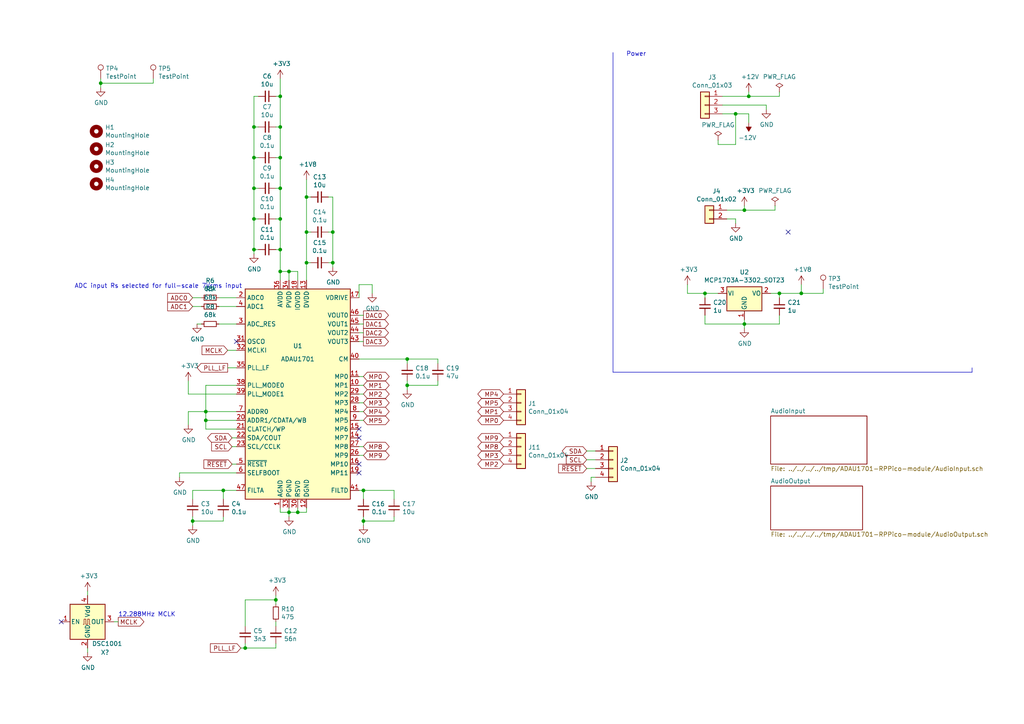
<source format=kicad_sch>
(kicad_sch (version 20230121) (generator eeschema)
  (paper "A4")
  (title_block (title "ADAU1701-RPPico-module") (date "%%date%%") (rev "%%version%%") (company "Akiyuki Okayasu"))
  (lib_symbols
    (symbol "ADAU1701-RPPico-module-rescue:DSC1001-Akiyuki_IC" (pin_names (offset 0.254))
      (property "Reference" "X" (at -5.08 6.35 0))
      (property "Value" "Akiyuki_IC_DSC1001" (at 1.27 -6.35 0))
      (symbol "DSC1001-Akiyuki_IC_0_1"
        (rectangle (start -5.08 5.08) (end 5.08 -5.08) (stroke (width 0.254)) (fill (type background)))
        (polyline (pts (xy -1.27 -0.762) (xy -1.016 -0.762) (xy -1.016 0.762) (xy -0.508 0.762) (xy -0.508 -0.762) (xy 0 -0.762) (xy 0 0.762) (xy 0.508 0.762) (xy 0.508 -0.762) (xy 0.762 -0.762)))
      )
      (symbol "DSC1001-Akiyuki_IC_1_1"
        (pin input line (at -7.62 0 0) (length 2.54) (name "EN") (number "1"))
        (pin power_in line (at 0 -7.62 90) (length 2.54) (name "GND") (number "2"))
        (pin output line (at 7.62 0 180) (length 2.54) (name "OUT") (number "3"))
        (pin power_in line (at 0 7.62 270) (length 2.54) (name "Vdd") (number "4"))
      )
    )
    (symbol "ADAU1701-RPPico-module-rescue:MCP1703A-3302_SOT23-Regulator_Linear" (pin_names (offset 0.254))
      (property "Reference" "U" (at -3.81 3.175 0))
      (property "Value" "Regulator_Linear_MCP1703A-3302_SOT23" (at 0 3.175 0))
      (symbol "MCP1703A-3302_SOT23-Regulator_Linear_0_1"
        (rectangle (start -5.08 -5.08) (end 5.08 1.905) (stroke (width 0.254)) (fill (type background)))
      )
      (symbol "MCP1703A-3302_SOT23-Regulator_Linear_1_1"
        (pin power_in line (at 0 -7.62 90) (length 2.54) (name "GND") (number "1"))
        (pin power_out line (at 7.62 0 180) (length 2.54) (name "VO") (number "2"))
        (pin power_in line (at -7.62 0 0) (length 2.54) (name "VI") (number "3"))
      )
    )
    (symbol "Connector:TestPoint" (pin_numbers hide) (pin_names (offset 0.762) hide)
      (property "Reference" "TP" (at 0 6.858 0))
      (property "Value" "TestPoint" (at 0 5.08 0))
      (symbol "TestPoint_0_1"
        (circle (center 0 3.302) (radius 0.762))
      )
      (symbol "TestPoint_1_1"
        (pin passive line (at 0 0 90) (length 2.54) (name "1") (number "1"))
      )
    )
    (symbol "Connector_Generic:Conn_01x02" (pin_names (offset 1.016) hide)
      (property "Reference" "J" (at 0 2.54 0))
      (property "Value" "Conn_01x02" (at 0 -5.08 0))
      (symbol "Conn_01x02_1_1"
        (rectangle (start -1.27 -2.413) (end 0 -2.667) (stroke (width 0.1524)))
        (rectangle (start -1.27 0.127) (end 0 -0.127) (stroke (width 0.1524)))
        (rectangle (start -1.27 1.27) (end 1.27 -3.81) (stroke (width 0.254)) (fill (type background)))
        (pin passive line (at -5.08 0 0) (length 3.81) (name "Pin_1") (number "1"))
        (pin passive line (at -5.08 -2.54 0) (length 3.81) (name "Pin_2") (number "2"))
      )
    )
    (symbol "Connector_Generic:Conn_01x03" (pin_names (offset 1.016) hide)
      (property "Reference" "J" (at 0 5.08 0))
      (property "Value" "Conn_01x03" (at 0 -5.08 0))
      (symbol "Conn_01x03_1_1"
        (rectangle (start -1.27 -2.413) (end 0 -2.667) (stroke (width 0.1524)))
        (rectangle (start -1.27 0.127) (end 0 -0.127) (stroke (width 0.1524)))
        (rectangle (start -1.27 2.667) (end 0 2.413) (stroke (width 0.1524)))
        (rectangle (start -1.27 3.81) (end 1.27 -3.81) (stroke (width 0.254)) (fill (type background)))
        (pin passive line (at -5.08 2.54 0) (length 3.81) (name "Pin_1") (number "1"))
        (pin passive line (at -5.08 0 0) (length 3.81) (name "Pin_2") (number "2"))
        (pin passive line (at -5.08 -2.54 0) (length 3.81) (name "Pin_3") (number "3"))
      )
    )
    (symbol "Connector_Generic:Conn_01x04" (pin_names (offset 1.016) hide)
      (property "Reference" "J" (at 0 5.08 0))
      (property "Value" "Conn_01x04" (at 0 -7.62 0))
      (symbol "Conn_01x04_1_1"
        (rectangle (start -1.27 -4.953) (end 0 -5.207) (stroke (width 0.1524)))
        (rectangle (start -1.27 -2.413) (end 0 -2.667) (stroke (width 0.1524)))
        (rectangle (start -1.27 0.127) (end 0 -0.127) (stroke (width 0.1524)))
        (rectangle (start -1.27 2.667) (end 0 2.413) (stroke (width 0.1524)))
        (rectangle (start -1.27 3.81) (end 1.27 -6.35) (stroke (width 0.254)) (fill (type background)))
        (pin passive line (at -5.08 2.54 0) (length 3.81) (name "Pin_1") (number "1"))
        (pin passive line (at -5.08 0 0) (length 3.81) (name "Pin_2") (number "2"))
        (pin passive line (at -5.08 -2.54 0) (length 3.81) (name "Pin_3") (number "3"))
        (pin passive line (at -5.08 -5.08 0) (length 3.81) (name "Pin_4") (number "4"))
      )
    )
    (symbol "DSP_AnalogDevices:ADAU1701"
      (property "Reference" "U" (at -12.7 31.75 0))
      (property "Value" "ADAU1701" (at 3.81 31.75 0))
      (symbol "ADAU1701_0_1"
        (rectangle (start -15.24 30.48) (end 15.24 -30.48) (stroke (width 0.254)) (fill (type background)))
      )
      (symbol "ADAU1701_1_1"
        (pin power_in line (at -5.08 -33.02 90) (length 2.54) (name "AGND") (number "1"))
        (pin bidirectional line (at 17.78 2.54 180) (length 2.54) (name "MP1") (number "10"))
        (pin bidirectional line (at 17.78 5.08 180) (length 2.54) (name "MP0") (number "11"))
        (pin power_in line (at 2.54 -33.02 90) (length 2.54) (name "DGND") (number "12"))
        (pin power_in line (at 2.54 33.02 270) (length 2.54) (name "DVDD") (number "13"))
        (pin bidirectional line (at 17.78 -12.7 180) (length 2.54) (name "MP7") (number "14"))
        (pin bidirectional line (at 17.78 -10.16 180) (length 2.54) (name "MP6") (number "15"))
        (pin bidirectional line (at 17.78 -20.32 180) (length 2.54) (name "MP10") (number "16"))
        (pin output line (at 17.78 27.94 180) (length 2.54) (name "VDRIVE") (number "17"))
        (pin power_in line (at 0 33.02 270) (length 2.54) (name "IOVDD") (number "18"))
        (pin bidirectional line (at 17.78 -22.86 180) (length 2.54) (name "MP11") (number "19"))
        (pin input line (at -17.78 27.94 0) (length 2.54) (name "ADC0") (number "2"))
        (pin input line (at -17.78 -7.62 0) (length 2.54) (name "ADDR1/CDATA/WB") (number "20"))
        (pin bidirectional line (at -17.78 -10.16 0) (length 2.54) (name "CLATCH/WP") (number "21"))
        (pin bidirectional line (at -17.78 -12.7 0) (length 2.54) (name "SDA/COUT") (number "22"))
        (pin bidirectional line (at -17.78 -15.24 0) (length 2.54) (name "SCL/CCLK") (number "23"))
        (pin passive line (at 2.54 33.02 270) (length 2.54) hide (name "DVDD") (number "24"))
        (pin passive line (at 2.54 -33.02 90) (length 2.54) hide (name "DGND") (number "25"))
        (pin bidirectional line (at 17.78 -17.78 180) (length 2.54) (name "MP9") (number "26"))
        (pin bidirectional line (at 17.78 -15.24 180) (length 2.54) (name "MP8") (number "27"))
        (pin bidirectional line (at 17.78 -2.54 180) (length 2.54) (name "MP3") (number "28"))
        (pin bidirectional line (at 17.78 0 180) (length 2.54) (name "MP2") (number "29"))
        (pin passive line (at -17.78 20.32 0) (length 2.54) (name "ADC_RES") (number "3"))
        (pin passive line (at 0 -33.02 90) (length 2.54) (name "RSVD") (number "30"))
        (pin passive line (at -17.78 15.24 0) (length 2.54) (name "OSCO") (number "31"))
        (pin passive line (at -17.78 12.7 0) (length 2.54) (name "MCLKI") (number "32"))
        (pin power_in line (at -2.54 -33.02 90) (length 2.54) (name "PGND") (number "33"))
        (pin power_in line (at -2.54 33.02 270) (length 2.54) (name "PVDD") (number "34"))
        (pin passive line (at -17.78 7.62 0) (length 2.54) (name "PLL_LF") (number "35"))
        (pin power_in line (at -5.08 33.02 270) (length 2.54) (name "AVDD") (number "36"))
        (pin passive line (at -5.08 -33.02 90) (length 2.54) hide (name "AGND") (number "37"))
        (pin input line (at -17.78 2.54 0) (length 2.54) (name "PLL_MODE0") (number "38"))
        (pin input line (at -17.78 0 0) (length 2.54) (name "PLL_MODE1") (number "39"))
        (pin input line (at -17.78 25.4 0) (length 2.54) (name "ADC1") (number "4"))
        (pin output line (at 17.78 10.16 180) (length 2.54) (name "CM") (number "40"))
        (pin output line (at 17.78 -27.94 180) (length 2.54) (name "FILTD") (number "41"))
        (pin passive line (at -5.08 -33.02 90) (length 2.54) hide (name "AGND") (number "42"))
        (pin output line (at 17.78 15.24 180) (length 2.54) (name "VOUT3") (number "43"))
        (pin output line (at 17.78 17.78 180) (length 2.54) (name "VOUT2") (number "44"))
        (pin output line (at 17.78 20.32 180) (length 2.54) (name "VOUT1") (number "45"))
        (pin output line (at 17.78 22.86 180) (length 2.54) (name "VOUT0") (number "46"))
        (pin output line (at -17.78 -27.94 0) (length 2.54) (name "FILTA") (number "47"))
        (pin passive line (at -5.08 33.02 270) (length 2.54) hide (name "AVDD") (number "48"))
        (pin input line (at -17.78 -20.32 0) (length 2.54) (name "~{RESET}") (number "5"))
        (pin input line (at -17.78 -22.86 0) (length 2.54) (name "SELFBOOT") (number "6"))
        (pin input line (at -17.78 -5.08 0) (length 2.54) (name "ADDR0") (number "7"))
        (pin bidirectional line (at 17.78 -5.08 180) (length 2.54) (name "MP4") (number "8"))
        (pin bidirectional line (at 17.78 -7.62 180) (length 2.54) (name "MP5") (number "9"))
      )
    )
    (symbol "Device:C_Small" (pin_numbers hide) (pin_names (offset 0.254) hide)
      (property "Reference" "C" (at 0.254 1.778 0))
      (property "Value" "C_Small" (at 0.254 -2.032 0))
      (symbol "C_Small_0_1"
        (polyline (pts (xy -1.524 -0.508) (xy 1.524 -0.508)) (stroke (width 0.3302)))
        (polyline (pts (xy -1.524 0.508) (xy 1.524 0.508)) (stroke (width 0.3048)))
      )
      (symbol "C_Small_1_1"
        (pin passive line (at 0 2.54 270) (length 2.032) (name "~") (number "1"))
        (pin passive line (at 0 -2.54 90) (length 2.032) (name "~") (number "2"))
      )
    )
    (symbol "Device:R_Small" (pin_numbers hide) (pin_names (offset 0.254) hide)
      (property "Reference" "R" (at 0.762 0.508 0))
      (property "Value" "R_Small" (at 0.762 -1.016 0))
      (symbol "R_Small_0_1"
        (rectangle (start -0.762 1.778) (end 0.762 -1.778) (stroke (width 0.2032)))
      )
      (symbol "R_Small_1_1"
        (pin passive line (at 0 2.54 270) (length 0.762) (name "~") (number "1"))
        (pin passive line (at 0 -2.54 90) (length 0.762) (name "~") (number "2"))
      )
    )
    (symbol "Mechanical:MountingHole" (pin_names (offset 1.016))
      (property "Reference" "H" (at 0 5.08 0))
      (property "Value" "MountingHole" (at 0 3.175 0))
      (symbol "MountingHole_0_1"
        (circle (center 0 0) (radius 1.27) (stroke (width 1.27)))
      )
    )
    (symbol "power:+12V" (power) (pin_names (offset 0))
      (property "Value" "+12V" (at 0 3.556 0))
      (symbol "+12V_0_1"
        (polyline (pts (xy -0.762 1.27) (xy 0 2.54)))
        (polyline (pts (xy 0 0) (xy 0 2.54)))
        (polyline (pts (xy 0 2.54) (xy 0.762 1.27)))
      )
      (symbol "+12V_1_1"
        (pin power_in line (at 0 0 90) (length 0) hide (name "+12V") (number "1"))
      )
    )
    (symbol "power:+1V8" (power) (pin_names (offset 0))
      (property "Value" "+1V8" (at 0 3.556 0))
      (symbol "+1V8_0_1"
        (polyline (pts (xy -0.762 1.27) (xy 0 2.54)))
        (polyline (pts (xy 0 0) (xy 0 2.54)))
        (polyline (pts (xy 0 2.54) (xy 0.762 1.27)))
      )
      (symbol "+1V8_1_1"
        (pin power_in line (at 0 0 90) (length 0) hide (name "+1V8") (number "1"))
      )
    )
    (symbol "power:+3V3" (power) (pin_names (offset 0))
      (property "Value" "+3V3" (at 0 3.556 0))
      (symbol "+3V3_0_1"
        (polyline (pts (xy -0.762 1.27) (xy 0 2.54)))
        (polyline (pts (xy 0 0) (xy 0 2.54)))
        (polyline (pts (xy 0 2.54) (xy 0.762 1.27)))
      )
      (symbol "+3V3_1_1"
        (pin power_in line (at 0 0 90) (length 0) hide (name "+3V3") (number "1"))
      )
    )
    (symbol "power:-12V" (power) (pin_names (offset 0))
      (property "Value" "-12V" (at 0 3.81 0))
      (symbol "-12V_0_0"
        (pin power_in line (at 0 0 90) (length 0) hide (name "-12V") (number "1"))
      )
      (symbol "-12V_0_1"
        (polyline (pts (xy 0 0) (xy 0 1.27) (xy 0.762 1.27) (xy 0 2.54) (xy -0.762 1.27) (xy 0 1.27)) (fill (type outline)))
      )
    )
    (symbol "power:GND" (power) (pin_names (offset 0))
      (property "Value" "GND" (at 0 -3.81 0))
      (symbol "GND_0_1"
        (polyline (pts (xy 0 0) (xy 0 -1.27) (xy 1.27 -1.27) (xy 0 -2.54) (xy -1.27 -1.27) (xy 0 -1.27)))
      )
      (symbol "GND_1_1"
        (pin power_in line (at 0 0 270) (length 0) hide (name "GND") (number "1"))
      )
    )
    (symbol "power:PWR_FLAG" (power) (pin_numbers hide) (pin_names (offset 0) hide)
      (property "Value" "PWR_FLAG" (at 0 3.81 0))
      (symbol "PWR_FLAG_0_0"
        (pin power_out line (at 0 0 90) (length 0) (name "pwr") (number "1"))
      )
      (symbol "PWR_FLAG_0_1"
        (polyline (pts (xy 0 0) (xy 0 1.27) (xy -1.016 1.905) (xy 0 2.54) (xy 1.016 1.905) (xy 0 1.27)))
      )
    )
  )
  (junction (at 71.12 187.96))
  (junction (at 81.28 72.39))
  (junction (at 204.47 85.09))
  (junction (at 83.82 148.59))
  (junction (at 59.69 121.92))
  (junction (at 81.28 63.5))
  (junction (at 80.01 173.99))
  (junction (at 73.66 54.61))
  (junction (at 226.06 85.09))
  (junction (at 88.9 67.31))
  (junction (at 73.66 45.72))
  (junction (at 81.28 45.72))
  (junction (at 118.11 111.76))
  (junction (at 96.52 67.31))
  (junction (at 73.66 63.5))
  (junction (at 73.66 72.39))
  (junction (at 232.41 85.09))
  (junction (at 81.28 54.61))
  (junction (at 73.66 36.83))
  (junction (at 55.88 151.13))
  (junction (at 118.11 104.14))
  (junction (at 81.28 27.94))
  (junction (at 64.77 142.24))
  (junction (at 86.36 148.59))
  (junction (at 215.9 93.98))
  (junction (at 81.28 36.83))
  (junction (at 213.36 33.02))
  (junction (at 81.28 78.74))
  (junction (at 29.21 24.13))
  (junction (at 59.69 119.38))
  (junction (at 215.9 60.96))
  (junction (at 88.9 57.15))
  (junction (at 96.52 76.2))
  (junction (at 217.17 27.94))
  (junction (at 88.9 76.2))
  (junction (at 105.41 151.13))
  (junction (at 105.41 142.24))
  (junction (at 83.82 78.74))
  (no_connect (at 104.14 127))
  (no_connect (at 228.6 67.31))
  (no_connect (at 68.58 99.06))
  (no_connect (at 104.14 134.62))
  (no_connect (at 17.78 180.34))
  (no_connect (at 104.14 137.16))
  (no_connect (at 104.14 124.46))
  (wire (pts (xy 73.66 72.39) (xy 74.93 72.39)))
  (wire (pts (xy 59.69 111.76) (xy 68.58 111.76)))
  (wire (pts (xy 29.21 24.13) (xy 29.21 22.86)))
  (wire (pts (xy 226.06 85.09) (xy 226.06 86.36)))
  (wire (pts (xy 81.28 63.5) (xy 80.01 63.5)))
  (wire (pts (xy 67.31 127) (xy 68.58 127)))
  (wire (pts (xy 105.41 114.3) (xy 104.14 114.3)))
  (wire (pts (xy 63.5 93.98) (xy 68.58 93.98)))
  (wire (pts (xy 88.9 76.2) (xy 88.9 81.28)))
  (wire (pts (xy 68.58 114.3) (xy 54.61 114.3)))
  (wire (pts (xy 105.41 142.24) (xy 114.3 142.24)))
  (wire (pts (xy 217.17 35.56) (xy 217.17 33.02)))
  (wire (pts (xy 208.28 40.64) (xy 208.28 41.91)))
  (wire (pts (xy 215.9 59.69) (xy 215.9 60.96)))
  (wire (pts (xy 104.14 104.14) (xy 118.11 104.14)))
  (wire (pts (xy 90.17 67.31) (xy 88.9 67.31)))
  (wire (pts (xy 224.79 60.96) (xy 215.9 60.96)))
  (wire (pts (xy 96.52 76.2) (xy 96.52 77.47)))
  (wire (pts (xy 81.28 78.74) (xy 83.82 78.74)))
  (wire (pts (xy 73.66 45.72) (xy 73.66 54.61)))
  (wire (pts (xy 88.9 148.59) (xy 88.9 147.32)))
  (wire (pts (xy 104.14 82.55) (xy 107.95 82.55)))
  (wire (pts (xy 88.9 57.15) (xy 88.9 67.31)))
  (polyline (pts (xy 177.8 107.95) (xy 281.94 107.95)))
  (wire (pts (xy 81.28 45.72) (xy 81.28 54.61)))
  (wire (pts (xy 71.12 186.69) (xy 71.12 187.96)))
  (wire (pts (xy 217.17 33.02) (xy 213.36 33.02)))
  (wire (pts (xy 83.82 148.59) (xy 83.82 149.86)))
  (wire (pts (xy 81.28 27.94) (xy 81.28 36.83)))
  (wire (pts (xy 55.88 151.13) (xy 64.77 151.13)))
  (wire (pts (xy 71.12 187.96) (xy 69.85 187.96)))
  (wire (pts (xy 73.66 73.66) (xy 73.66 72.39)))
  (wire (pts (xy 80.01 181.61) (xy 80.01 180.34)))
  (wire (pts (xy 170.18 135.89) (xy 172.72 135.89)))
  (wire (pts (xy 68.58 124.46) (xy 59.69 124.46)))
  (wire (pts (xy 58.42 93.98) (xy 57.15 93.98)))
  (wire (pts (xy 118.11 104.14) (xy 127 104.14)))
  (wire (pts (xy 83.82 147.32) (xy 83.82 148.59)))
  (wire (pts (xy 71.12 173.99) (xy 71.12 181.61)))
  (wire (pts (xy 238.76 83.82) (xy 238.76 85.09)))
  (wire (pts (xy 223.52 85.09) (xy 226.06 85.09)))
  (wire (pts (xy 213.36 33.02) (xy 209.55 33.02)))
  (wire (pts (xy 118.11 111.76) (xy 118.11 113.03)))
  (wire (pts (xy 232.41 82.55) (xy 232.41 85.09)))
  (wire (pts (xy 213.36 64.77) (xy 213.36 63.5)))
  (wire (pts (xy 105.41 109.22) (xy 104.14 109.22)))
  (wire (pts (xy 81.28 54.61) (xy 81.28 63.5)))
  (wire (pts (xy 81.28 36.83) (xy 81.28 45.72)))
  (wire (pts (xy 105.41 129.54) (xy 104.14 129.54)))
  (wire (pts (xy 114.3 142.24) (xy 114.3 144.78)))
  (wire (pts (xy 64.77 151.13) (xy 64.77 149.86)))
  (wire (pts (xy 118.11 111.76) (xy 127 111.76)))
  (wire (pts (xy 68.58 137.16) (xy 52.07 137.16)))
  (wire (pts (xy 226.06 26.67) (xy 226.06 27.94)))
  (wire (pts (xy 172.72 138.43) (xy 171.45 138.43)))
  (wire (pts (xy 96.52 67.31) (xy 96.52 76.2)))
  (wire (pts (xy 83.82 148.59) (xy 86.36 148.59)))
  (wire (pts (xy 118.11 104.14) (xy 118.11 105.41)))
  (wire (pts (xy 80.01 173.99) (xy 71.12 173.99)))
  (wire (pts (xy 127 111.76) (xy 127 110.49)))
  (wire (pts (xy 63.5 88.9) (xy 68.58 88.9)))
  (wire (pts (xy 55.88 149.86) (xy 55.88 151.13)))
  (wire (pts (xy 81.28 148.59) (xy 81.28 147.32)))
  (wire (pts (xy 96.52 57.15) (xy 96.52 67.31)))
  (wire (pts (xy 95.25 67.31) (xy 96.52 67.31)))
  (wire (pts (xy 226.06 27.94) (xy 217.17 27.94)))
  (wire (pts (xy 83.82 148.59) (xy 81.28 148.59)))
  (wire (pts (xy 105.41 96.52) (xy 104.14 96.52)))
  (wire (pts (xy 73.66 63.5) (xy 73.66 72.39)))
  (wire (pts (xy 170.18 130.81) (xy 172.72 130.81)))
  (wire (pts (xy 81.28 22.86) (xy 81.28 27.94)))
  (wire (pts (xy 59.69 119.38) (xy 59.69 121.92)))
  (wire (pts (xy 66.04 101.6) (xy 68.58 101.6)))
  (wire (pts (xy 80.01 173.99) (xy 80.01 175.26)))
  (wire (pts (xy 64.77 142.24) (xy 64.77 144.78)))
  (wire (pts (xy 204.47 86.36) (xy 204.47 85.09)))
  (wire (pts (xy 59.69 121.92) (xy 68.58 121.92)))
  (wire (pts (xy 25.4 171.45) (xy 25.4 172.72)))
  (wire (pts (xy 25.4 189.23) (xy 25.4 187.96)))
  (wire (pts (xy 105.41 99.06) (xy 104.14 99.06)))
  (wire (pts (xy 105.41 121.92) (xy 104.14 121.92)))
  (wire (pts (xy 107.95 82.55) (xy 107.95 85.09)))
  (wire (pts (xy 104.14 86.36) (xy 104.14 82.55)))
  (wire (pts (xy 80.01 172.72) (xy 80.01 173.99)))
  (wire (pts (xy 127 104.14) (xy 127 105.41)))
  (wire (pts (xy 44.45 22.86) (xy 44.45 24.13)))
  (wire (pts (xy 232.41 85.09) (xy 226.06 85.09)))
  (wire (pts (xy 81.28 27.94) (xy 80.01 27.94)))
  (wire (pts (xy 74.93 63.5) (xy 73.66 63.5)))
  (wire (pts (xy 118.11 110.49) (xy 118.11 111.76)))
  (wire (pts (xy 90.17 57.15) (xy 88.9 57.15)))
  (wire (pts (xy 80.01 186.69) (xy 80.01 187.96)))
  (wire (pts (xy 80.01 187.96) (xy 71.12 187.96)))
  (wire (pts (xy 74.93 45.72) (xy 73.66 45.72)))
  (wire (pts (xy 95.25 57.15) (xy 96.52 57.15)))
  (wire (pts (xy 217.17 26.67) (xy 217.17 27.94)))
  (wire (pts (xy 55.88 151.13) (xy 55.88 152.4)))
  (wire (pts (xy 86.36 148.59) (xy 86.36 147.32)))
  (wire (pts (xy 83.82 78.74) (xy 83.82 81.28)))
  (wire (pts (xy 88.9 67.31) (xy 88.9 76.2)))
  (wire (pts (xy 104.14 142.24) (xy 105.41 142.24)))
  (wire (pts (xy 204.47 93.98) (xy 215.9 93.98)))
  (wire (pts (xy 59.69 111.76) (xy 59.69 119.38)))
  (wire (pts (xy 105.41 119.38) (xy 104.14 119.38)))
  (wire (pts (xy 213.36 63.5) (xy 210.82 63.5)))
  (wire (pts (xy 215.9 60.96) (xy 210.82 60.96)))
  (wire (pts (xy 222.25 30.48) (xy 209.55 30.48)))
  (wire (pts (xy 74.93 54.61) (xy 73.66 54.61)))
  (wire (pts (xy 55.88 88.9) (xy 58.42 88.9)))
  (wire (pts (xy 213.36 41.91) (xy 213.36 33.02)))
  (wire (pts (xy 215.9 93.98) (xy 215.9 92.71)))
  (wire (pts (xy 73.66 27.94) (xy 73.66 36.83)))
  (wire (pts (xy 105.41 149.86) (xy 105.41 151.13)))
  (wire (pts (xy 73.66 54.61) (xy 73.66 63.5)))
  (wire (pts (xy 86.36 78.74) (xy 86.36 81.28)))
  (wire (pts (xy 83.82 78.74) (xy 86.36 78.74)))
  (wire (pts (xy 224.79 59.69) (xy 224.79 60.96)))
  (wire (pts (xy 105.41 132.08) (xy 104.14 132.08)))
  (wire (pts (xy 215.9 93.98) (xy 215.9 95.25)))
  (wire (pts (xy 105.41 111.76) (xy 104.14 111.76)))
  (wire (pts (xy 204.47 91.44) (xy 204.47 93.98)))
  (wire (pts (xy 44.45 24.13) (xy 29.21 24.13)))
  (wire (pts (xy 59.69 124.46) (xy 59.69 121.92)))
  (wire (pts (xy 105.41 91.44) (xy 104.14 91.44)))
  (wire (pts (xy 86.36 148.59) (xy 88.9 148.59)))
  (wire (pts (xy 66.04 106.68) (xy 68.58 106.68)))
  (wire (pts (xy 63.5 86.36) (xy 68.58 86.36)))
  (wire (pts (xy 217.17 27.94) (xy 209.55 27.94)))
  (wire (pts (xy 95.25 76.2) (xy 96.52 76.2)))
  (wire (pts (xy 199.39 85.09) (xy 204.47 85.09)))
  (polyline (pts (xy 177.8 15.24) (xy 177.8 107.95)))
  (wire (pts (xy 74.93 27.94) (xy 73.66 27.94)))
  (wire (pts (xy 52.07 137.16) (xy 52.07 138.43)))
  (wire (pts (xy 55.88 86.36) (xy 58.42 86.36)))
  (wire (pts (xy 114.3 151.13) (xy 114.3 149.86)))
  (wire (pts (xy 90.17 76.2) (xy 88.9 76.2)))
  (wire (pts (xy 81.28 78.74) (xy 81.28 81.28)))
  (wire (pts (xy 81.28 36.83) (xy 80.01 36.83)))
  (wire (pts (xy 55.88 142.24) (xy 55.88 144.78)))
  (wire (pts (xy 74.93 36.83) (xy 73.66 36.83)))
  (wire (pts (xy 67.31 134.62) (xy 68.58 134.62)))
  (wire (pts (xy 81.28 72.39) (xy 80.01 72.39)))
  (wire (pts (xy 105.41 116.84) (xy 104.14 116.84)))
  (wire (pts (xy 73.66 36.83) (xy 73.66 45.72)))
  (wire (pts (xy 105.41 142.24) (xy 105.41 144.78)))
  (wire (pts (xy 29.21 25.4) (xy 29.21 24.13)))
  (wire (pts (xy 64.77 142.24) (xy 55.88 142.24)))
  (wire (pts (xy 171.45 138.43) (xy 171.45 139.7)))
  (wire (pts (xy 59.69 119.38) (xy 54.61 119.38)))
  (wire (pts (xy 238.76 85.09) (xy 232.41 85.09)))
  (wire (pts (xy 208.28 41.91) (xy 213.36 41.91)))
  (wire (pts (xy 226.06 93.98) (xy 215.9 93.98)))
  (wire (pts (xy 222.25 31.75) (xy 222.25 30.48)))
  (wire (pts (xy 81.28 54.61) (xy 80.01 54.61)))
  (wire (pts (xy 204.47 85.09) (xy 208.28 85.09)))
  (wire (pts (xy 105.41 93.98) (xy 104.14 93.98)))
  (wire (pts (xy 105.41 151.13) (xy 105.41 152.4)))
  (wire (pts (xy 81.28 45.72) (xy 80.01 45.72)))
  (polyline (pts (xy 281.94 107.95) (xy 281.94 106.68)))
  (wire (pts (xy 81.28 63.5) (xy 81.28 72.39)))
  (wire (pts (xy 59.69 119.38) (xy 68.58 119.38)))
  (wire (pts (xy 67.31 129.54) (xy 68.58 129.54)))
  (wire (pts (xy 54.61 110.49) (xy 54.61 114.3)))
  (wire (pts (xy 68.58 142.24) (xy 64.77 142.24)))
  (wire (pts (xy 54.61 119.38) (xy 54.61 123.19)))
  (wire (pts (xy 226.06 91.44) (xy 226.06 93.98)))
  (wire (pts (xy 33.02 180.34) (xy 34.29 180.34)))
  (wire (pts (xy 105.41 151.13) (xy 114.3 151.13)))
  (wire (pts (xy 88.9 52.07) (xy 88.9 57.15)))
  (wire (pts (xy 199.39 82.55) (xy 199.39 85.09)))
  (wire (pts (xy 81.28 72.39) (xy 81.28 78.74)))
  (wire (pts (xy 170.18 133.35) (xy 172.72 133.35)))
  (text "12.288MHz MCLK" (at 34.29 179.07 0) (effects (font (size 1.27 1.27)) (justify left bottom)))
  (text "Power" (at 181.61 16.51 0) (effects (font (size 1.27 1.27)) (justify left bottom)))
  (text "ADC input Rs selected for full-scale 7Vrms input" (at 21.59 83.82 0) (effects (font (size 1.27 1.27)) (justify left bottom)))
  (global_label "MP2" (shape bidirectional) (at 146.05 134.62 180) (property "Intersheetrefs" "${INTERSHEET_REFS}" (effects hide)))
  (global_label "PLL_LF" (shape output) (at 66.04 106.68 180) (property "Intersheetrefs" "${INTERSHEET_REFS}" (effects hide)))
  (global_label "DAC2" (shape output) (at 105.41 96.52 0) (property "Intersheetrefs" "${INTERSHEET_REFS}" (effects hide)))
  (global_label "SCL" (shape input) (at 67.31 129.54 180) (property "Intersheetrefs" "${INTERSHEET_REFS}" (effects hide)))
  (global_label "ADC1" (shape input) (at 55.88 88.9 180) (property "Intersheetrefs" "${INTERSHEET_REFS}" (effects hide)))
  (global_label "MCLK" (shape output) (at 34.29 180.34 0) (property "Intersheetrefs" "${INTERSHEET_REFS}" (effects hide)))
  (global_label "MP1" (shape bidirectional) (at 105.41 111.76 0) (property "Intersheetrefs" "${INTERSHEET_REFS}" (effects hide)))
  (global_label "DAC3" (shape output) (at 105.41 99.06 0) (property "Intersheetrefs" "${INTERSHEET_REFS}" (effects hide)))
  (global_label "MP9" (shape bidirectional) (at 146.05 127 180) (property "Intersheetrefs" "${INTERSHEET_REFS}" (effects hide)))
  (global_label "MP0" (shape bidirectional) (at 105.41 109.22 0) (property "Intersheetrefs" "${INTERSHEET_REFS}" (effects hide)))
  (global_label "~{RESET}" (shape input) (at 170.18 135.89 180) (property "Intersheetrefs" "${INTERSHEET_REFS}" (effects hide)))
  (global_label "MP0" (shape bidirectional) (at 146.05 121.92 180) (property "Intersheetrefs" "${INTERSHEET_REFS}" (effects hide)))
  (global_label "PLL_LF" (shape input) (at 69.85 187.96 180) (property "Intersheetrefs" "${INTERSHEET_REFS}" (effects hide)))
  (global_label "MP8" (shape bidirectional) (at 146.05 129.54 180) (property "Intersheetrefs" "${INTERSHEET_REFS}" (effects hide)))
  (global_label "SDA" (shape bidirectional) (at 67.31 127 180) (property "Intersheetrefs" "${INTERSHEET_REFS}" (effects hide)))
  (global_label "MP2" (shape bidirectional) (at 105.41 114.3 0) (property "Intersheetrefs" "${INTERSHEET_REFS}" (effects hide)))
  (global_label "SCL" (shape input) (at 170.18 133.35 180) (property "Intersheetrefs" "${INTERSHEET_REFS}" (effects hide)))
  (global_label "~{RESET}" (shape input) (at 67.31 134.62 180) (property "Intersheetrefs" "${INTERSHEET_REFS}" (effects hide)))
  (global_label "DAC0" (shape output) (at 105.41 91.44 0) (property "Intersheetrefs" "${INTERSHEET_REFS}" (effects hide)))
  (global_label "MP5" (shape bidirectional) (at 105.41 121.92 0) (property "Intersheetrefs" "${INTERSHEET_REFS}" (effects hide)))
  (global_label "MP5" (shape bidirectional) (at 146.05 116.84 180) (property "Intersheetrefs" "${INTERSHEET_REFS}" (effects hide)))
  (global_label "MCLK" (shape input) (at 66.04 101.6 180) (property "Intersheetrefs" "${INTERSHEET_REFS}" (effects hide)))
  (global_label "MP8" (shape bidirectional) (at 105.41 129.54 0) (property "Intersheetrefs" "${INTERSHEET_REFS}" (effects hide)))
  (global_label "MP1" (shape bidirectional) (at 146.05 119.38 180) (property "Intersheetrefs" "${INTERSHEET_REFS}" (effects hide)))
  (global_label "MP3" (shape bidirectional) (at 146.05 132.08 180) (property "Intersheetrefs" "${INTERSHEET_REFS}" (effects hide)))
  (global_label "ADC0" (shape input) (at 55.88 86.36 180) (property "Intersheetrefs" "${INTERSHEET_REFS}" (effects hide)))
  (global_label "DAC1" (shape output) (at 105.41 93.98 0) (property "Intersheetrefs" "${INTERSHEET_REFS}" (effects hide)))
  (global_label "MP3" (shape bidirectional) (at 105.41 116.84 0) (property "Intersheetrefs" "${INTERSHEET_REFS}" (effects hide)))
  (global_label "MP4" (shape bidirectional) (at 146.05 114.3 180) (property "Intersheetrefs" "${INTERSHEET_REFS}" (effects hide)))
  (global_label "MP4" (shape bidirectional) (at 105.41 119.38 0) (property "Intersheetrefs" "${INTERSHEET_REFS}" (effects hide)))
  (global_label "SDA" (shape bidirectional) (at 170.18 130.81 180) (property "Intersheetrefs" "${INTERSHEET_REFS}" (effects hide)))
  (global_label "MP9" (shape bidirectional) (at 105.41 132.08 0) (property "Intersheetrefs" "${INTERSHEET_REFS}" (effects hide)))
  (symbol (lib_id "DSP_AnalogDevices:ADAU1701") (at 86.36 114.3 0) (unit 1)
    (property "Reference" "U1" (at 86.36 100.33 0))
    (property "Value" "ADAU1701" (at 86.36 104.14 0))
    (property "Footprint" "Package_QFP:LQFP-48_7x7mm_P0.5mm" (effects hide))
    (property "Datasheet" "https://www.analog.com/media/en/technical-documentation/data-sheets/ADAU1701.pdf" (effects hide))
  )
  (symbol (lib_id "Device:R_Small") (at 60.96 86.36 270) (unit 1)
    (property "Reference" "R6" (at 60.96 81.3816 90))
    (property "Value" "68k" (at 60.96 83.693 90))
    (property "Footprint" "Resistor_SMD:R_0603_1608Metric_Pad0.98x0.95mm_HandSolder" (effects hide))
  )
  (symbol (lib_id "Device:R_Small") (at 60.96 88.9 270) (unit 1)
    (property "Reference" "R7" (at 60.96 83.9216 90))
    (property "Value" "68k" (at 60.96 86.233 90))
    (property "Footprint" "Resistor_SMD:R_0603_1608Metric_Pad0.98x0.95mm_HandSolder" (effects hide))
  )
  (symbol (lib_id "Device:R_Small") (at 60.96 93.98 270) (unit 1)
    (property "Reference" "R8" (at 60.96 89.0016 90))
    (property "Value" "68k" (at 60.96 91.313 90))
    (property "Footprint" "Resistor_SMD:R_0603_1608Metric_Pad0.98x0.95mm_HandSolder" (effects hide))
  )
  (symbol (lib_id "power:GND") (at 57.15 93.98 0) (unit 1)
    (property "Reference" "#PWR07" (effects hide))
    (property "Value" "GND" (at 57.277 98.3742 0))
  )
  (symbol (lib_id "power:GND") (at 107.95 85.09 0) (unit 1)
    (property "Reference" "#PWR015" (effects hide))
    (property "Value" "GND" (at 108.077 89.4842 0))
  )
  (symbol (lib_id "power:+1V8") (at 88.9 52.07 0) (unit 1)
    (property "Reference" "#PWR012" (effects hide))
    (property "Value" "+1V8" (at 89.281 47.6758 0))
  )
  (symbol (lib_id "power:+3V3") (at 81.28 22.86 0) (unit 1)
    (property "Reference" "#PWR010" (effects hide))
    (property "Value" "+3V3" (at 81.661 18.4658 0))
  )
  (symbol (lib_id "Device:C_Small") (at 92.71 67.31 270) (unit 1)
    (property "Reference" "C14" (at 92.71 61.4934 90))
    (property "Value" "0.1u" (at 92.71 63.8048 90))
    (property "Footprint" "Capacitor_SMD:C_0402_1005Metric_Pad0.74x0.62mm_HandSolder" (effects hide))
  )
  (symbol (lib_id "Device:C_Small") (at 92.71 76.2 270) (unit 1)
    (property "Reference" "C15" (at 92.71 70.3834 90))
    (property "Value" "0.1u" (at 92.71 72.6948 90))
    (property "Footprint" "Capacitor_SMD:C_0402_1005Metric_Pad0.74x0.62mm_HandSolder" (effects hide))
  )
  (symbol (lib_id "power:GND") (at 96.52 77.47 0) (unit 1)
    (property "Reference" "#PWR013" (effects hide))
    (property "Value" "GND" (at 96.647 81.8642 0))
  )
  (symbol (lib_id "Device:C_Small") (at 92.71 57.15 270) (unit 1)
    (property "Reference" "C13" (at 92.71 51.3334 90))
    (property "Value" "10u" (at 92.71 53.6448 90))
    (property "Footprint" "Capacitor_SMD:C_0805_2012Metric_Pad1.18x1.45mm_HandSolder" (effects hide))
  )
  (symbol (lib_id "Device:C_Small") (at 77.47 27.94 270) (unit 1)
    (property "Reference" "C6" (at 77.47 22.1234 90))
    (property "Value" "10u" (at 77.47 24.4348 90))
    (property "Footprint" "Capacitor_SMD:C_0805_2012Metric_Pad1.18x1.45mm_HandSolder" (effects hide))
  )
  (symbol (lib_id "Device:C_Small") (at 77.47 36.83 270) (unit 1)
    (property "Reference" "C7" (at 77.47 31.0134 90))
    (property "Value" "10u" (at 77.47 33.3248 90))
    (property "Footprint" "Capacitor_SMD:C_0805_2012Metric_Pad1.18x1.45mm_HandSolder" (effects hide))
  )
  (symbol (lib_id "Device:C_Small") (at 77.47 45.72 270) (unit 1)
    (property "Reference" "C8" (at 77.47 39.9034 90))
    (property "Value" "0.1u" (at 77.47 42.2148 90))
    (property "Footprint" "Capacitor_SMD:C_0402_1005Metric_Pad0.74x0.62mm_HandSolder" (effects hide))
  )
  (symbol (lib_id "Device:C_Small") (at 77.47 54.61 270) (unit 1)
    (property "Reference" "C9" (at 77.47 48.7934 90))
    (property "Value" "0.1u" (at 77.47 51.1048 90))
    (property "Footprint" "Capacitor_SMD:C_0402_1005Metric_Pad0.74x0.62mm_HandSolder" (effects hide))
  )
  (symbol (lib_id "Device:C_Small") (at 77.47 63.5 270) (unit 1)
    (property "Reference" "C10" (at 77.47 57.6834 90))
    (property "Value" "0.1u" (at 77.47 59.9948 90))
    (property "Footprint" "Capacitor_SMD:C_0402_1005Metric_Pad0.74x0.62mm_HandSolder" (effects hide))
  )
  (symbol (lib_id "Device:C_Small") (at 77.47 72.39 270) (unit 1)
    (property "Reference" "C11" (at 77.47 66.5734 90))
    (property "Value" "0.1u" (at 77.47 68.8848 90))
    (property "Footprint" "Capacitor_SMD:C_0402_1005Metric_Pad0.74x0.62mm_HandSolder" (effects hide))
  )
  (symbol (lib_id "power:GND") (at 73.66 73.66 0) (unit 1)
    (property "Reference" "#PWR08" (effects hide))
    (property "Value" "GND" (at 73.787 78.0542 0))
  )
  (symbol (lib_id "Connector:TestPoint") (at 29.21 22.86 0) (unit 1)
    (property "Reference" "TP4" (at 30.6832 19.8628 0) (effects (justify left)))
    (property "Value" "TestPoint" (at 30.6832 22.1742 0) (effects (justify left)))
    (property "Footprint" "Akiyuki_Footprint:TestPin_0.8THT" (effects hide))
  )
  (symbol (lib_id "Connector:TestPoint") (at 44.45 22.86 0) (unit 1)
    (property "Reference" "TP5" (at 45.9232 19.8628 0) (effects (justify left)))
    (property "Value" "TestPoint" (at 45.9232 22.1742 0) (effects (justify left)))
    (property "Footprint" "Akiyuki_Footprint:TestPin_0.8THT" (effects hide))
  )
  (symbol (lib_id "power:GND") (at 29.21 25.4 0) (unit 1)
    (property "Reference" "#PWR03" (effects hide))
    (property "Value" "GND" (at 29.337 29.7942 0))
  )
  (symbol (lib_id "Mechanical:MountingHole") (at 27.94 38.1 0) (unit 1)
    (property "Reference" "H1" (at 30.48 36.9316 0) (effects (justify left)))
    (property "Value" "MountingHole" (at 30.48 39.243 0) (effects (justify left)))
    (property "Footprint" "MountingHole:MountingHole_3.2mm_M3" (effects hide))
  )
  (symbol (lib_id "Mechanical:MountingHole") (at 27.94 43.18 0) (unit 1)
    (property "Reference" "H2" (at 30.48 42.0116 0) (effects (justify left)))
    (property "Value" "MountingHole" (at 30.48 44.323 0) (effects (justify left)))
    (property "Footprint" "MountingHole:MountingHole_3.2mm_M3" (effects hide))
  )
  (symbol (lib_id "Mechanical:MountingHole") (at 27.94 48.26 0) (unit 1)
    (property "Reference" "H3" (at 30.48 47.0916 0) (effects (justify left)))
    (property "Value" "MountingHole" (at 30.48 49.403 0) (effects (justify left)))
    (property "Footprint" "MountingHole:MountingHole_3.2mm_M3" (effects hide))
  )
  (symbol (lib_id "Mechanical:MountingHole") (at 27.94 53.34 0) (unit 1)
    (property "Reference" "H4" (at 30.48 52.1716 0) (effects (justify left)))
    (property "Value" "MountingHole" (at 30.48 54.483 0) (effects (justify left)))
    (property "Footprint" "MountingHole:MountingHole_3.2mm_M3" (effects hide))
  )
  (symbol (lib_id "Device:C_Small") (at 64.77 147.32 180) (unit 1)
    (property "Reference" "C4" (at 67.1068 146.1516 0) (effects (justify right)))
    (property "Value" "0.1u" (at 67.1068 148.463 0) (effects (justify right)))
    (property "Footprint" "Capacitor_SMD:C_0402_1005Metric_Pad0.74x0.62mm_HandSolder" (effects hide))
  )
  (symbol (lib_id "Device:C_Small") (at 55.88 147.32 180) (unit 1)
    (property "Reference" "C3" (at 58.2168 146.1516 0) (effects (justify right)))
    (property "Value" "10u" (at 58.2168 148.463 0) (effects (justify right)))
    (property "Footprint" "Capacitor_SMD:C_0805_2012Metric_Pad1.18x1.45mm_HandSolder" (effects hide))
  )
  (symbol (lib_id "power:GND") (at 55.88 152.4 0) (unit 1)
    (property "Reference" "#PWR06" (effects hide))
    (property "Value" "GND" (at 56.007 156.7942 0))
  )
  (symbol (lib_id "power:GND") (at 83.82 149.86 0) (unit 1)
    (property "Reference" "#PWR011" (effects hide))
    (property "Value" "GND" (at 83.947 154.2542 0))
  )
  (symbol (lib_id "Device:C_Small") (at 105.41 147.32 180) (unit 1)
    (property "Reference" "C16" (at 107.7468 146.1516 0) (effects (justify right)))
    (property "Value" "0.1u" (at 107.7468 148.463 0) (effects (justify right)))
    (property "Footprint" "Capacitor_SMD:C_0402_1005Metric_Pad0.74x0.62mm_HandSolder" (effects hide))
  )
  (symbol (lib_id "Device:C_Small") (at 114.3 147.32 180) (unit 1)
    (property "Reference" "C17" (at 116.6368 146.1516 0) (effects (justify right)))
    (property "Value" "10u" (at 116.6368 148.463 0) (effects (justify right)))
    (property "Footprint" "Capacitor_SMD:C_0805_2012Metric_Pad1.18x1.45mm_HandSolder" (effects hide))
  )
  (symbol (lib_id "power:GND") (at 105.41 152.4 0) (unit 1)
    (property "Reference" "#PWR014" (effects hide))
    (property "Value" "GND" (at 105.537 156.7942 0))
  )
  (symbol (lib_id "power:GND") (at 52.07 138.43 0) (unit 1)
    (property "Reference" "#PWR04" (effects hide))
    (property "Value" "GND" (at 52.197 142.8242 0))
  )
  (symbol (lib_id "power:GND") (at 54.61 123.19 0) (unit 1)
    (property "Reference" "#PWR05" (effects hide))
    (property "Value" "GND" (at 54.737 127.5842 0))
  )
  (symbol (lib_id "Device:C_Small") (at 71.12 184.15 180) (unit 1)
    (property "Reference" "C5" (at 73.4568 182.9816 0) (effects (justify right)))
    (property "Value" "3n3" (at 73.4568 185.293 0) (effects (justify right)))
    (property "Footprint" "Capacitor_SMD:C_0603_1608Metric_Pad1.08x0.95mm_HandSolder" (effects hide))
  )
  (symbol (lib_id "Device:C_Small") (at 80.01 184.15 180) (unit 1)
    (property "Reference" "C12" (at 82.3468 182.9816 0) (effects (justify right)))
    (property "Value" "56n" (at 82.3468 185.293 0) (effects (justify right)))
    (property "Footprint" "Capacitor_SMD:C_0603_1608Metric_Pad1.08x0.95mm_HandSolder" (effects hide))
  )
  (symbol (lib_id "Device:R_Small") (at 80.01 177.8 0) (unit 1)
    (property "Reference" "R10" (at 81.5086 176.6316 0) (effects (justify left)))
    (property "Value" "475" (at 81.5086 178.943 0) (effects (justify left)))
    (property "Footprint" "Resistor_SMD:R_0603_1608Metric_Pad0.98x0.95mm_HandSolder" (effects hide))
  )
  (symbol (lib_id "power:+3V3") (at 80.01 172.72 0) (unit 1)
    (property "Reference" "#PWR09" (effects hide))
    (property "Value" "+3V3" (at 80.391 168.3258 0))
  )
  (symbol (lib_id "power:+3V3") (at 54.61 110.49 0) (unit 1)
    (property "Reference" "#PWR02" (effects hide))
    (property "Value" "+3V3" (at 54.991 106.0958 0))
  )
  (symbol (lib_id "Device:C_Small") (at 127 107.95 180) (unit 1)
    (property "Reference" "C19" (at 129.3368 106.7816 0) (effects (justify right)))
    (property "Value" "47u" (at 129.3368 109.093 0) (effects (justify right)))
    (property "Footprint" "Capacitor_SMD:C_0805_2012Metric_Pad1.18x1.45mm_HandSolder" (effects hide))
  )
  (symbol (lib_id "Device:C_Small") (at 118.11 107.95 180) (unit 1)
    (property "Reference" "C18" (at 120.4468 106.7816 0) (effects (justify right)))
    (property "Value" "0.1u" (at 120.4468 109.093 0) (effects (justify right)))
    (property "Footprint" "Capacitor_SMD:C_0402_1005Metric_Pad0.74x0.62mm_HandSolder" (effects hide))
  )
  (symbol (lib_id "power:GND") (at 118.11 113.03 0) (unit 1)
    (property "Reference" "#PWR016" (effects hide))
    (property "Value" "GND" (at 118.237 117.4242 0))
  )
  (symbol (lib_id "power:GND") (at 171.45 139.7 0) (unit 1)
    (property "Reference" "#PWR017" (effects hide))
    (property "Value" "GND" (at 171.577 144.0942 0))
  )
  (symbol (lib_id "Connector_Generic:Conn_01x04") (at 177.8 133.35 0) (unit 1)
    (property "Reference" "J2" (at 179.832 133.5532 0) (effects (justify left)))
    (property "Value" "Conn_01x04" (at 179.832 135.8646 0) (effects (justify left)))
    (property "Footprint" "Connector_PinHeader_2.54mm:PinHeader_1x04_P2.54mm_Vertical" (effects hide))
  )
  (symbol (lib_id "Connector_Generic:Conn_01x03") (at 204.47 30.48 0) (mirror y) (unit 1)
    (property "Reference" "J3" (at 206.5528 22.4282 0))
    (property "Value" "Conn_01x03" (at 206.5528 24.7396 0))
    (property "Footprint" "Connector_Phoenix_MSTB:PhoenixContact_MSTBA_2,5_3-G-5,08_1x03_P5.08mm_Horizontal" (effects hide))
  )
  (symbol (lib_id "power:+12V") (at 217.17 26.67 0) (unit 1)
    (property "Reference" "#PWR022" (effects hide))
    (property "Value" "+12V" (at 217.551 22.2758 0))
  )
  (symbol (lib_id "power:GND") (at 222.25 31.75 0) (unit 1)
    (property "Reference" "#PWR024" (effects hide))
    (property "Value" "GND" (at 222.377 36.1442 0))
  )
  (symbol (lib_id "ADAU1701-RPPico-module-rescue:DSC1001-Akiyuki_IC") (at 25.4 180.34 0) (unit 1)
    (property "Reference" "X?" (at 29.21 189.23 0) (effects (justify left)))
    (property "Value" "DSC1001" (at 26.67 186.69 0) (effects (justify left)))
    (property "Datasheet" "https://rocelec.widen.net/view/pdf/4jp9qpy8qv/MCHP-S-A0003587227-1.pdf?t.download=true&u=5oefqw" (effects hide))
  )
  (symbol (lib_id "power:GND") (at 25.4 189.23 0) (unit 1)
    (property "Reference" "#PWR?" (effects hide))
    (property "Value" "GND" (at 25.527 193.6242 0))
  )
  (symbol (lib_id "power:-12V") (at 217.17 35.56 180) (unit 1)
    (property "Reference" "#PWR023" (effects hide))
    (property "Value" "-12V" (at 216.789 39.9542 0))
  )
  (symbol (lib_id "power:PWR_FLAG") (at 226.06 26.67 0) (unit 1)
    (property "Reference" "#FLG03" (effects hide))
    (property "Value" "PWR_FLAG" (at 226.06 22.2758 0))
  )
  (symbol (lib_id "power:+3V3") (at 25.4 171.45 0) (unit 1)
    (property "Reference" "#PWR?" (effects hide))
    (property "Value" "+3V3" (at 25.781 167.0558 0))
  )
  (symbol (lib_id "power:PWR_FLAG") (at 208.28 40.64 0) (unit 1)
    (property "Reference" "#FLG01" (effects hide))
    (property "Value" "PWR_FLAG" (at 208.28 36.2458 0))
  )
  (symbol (lib_id "Connector_Generic:Conn_01x02") (at 205.74 60.96 0) (mirror y) (unit 1)
    (property "Reference" "J4" (at 207.8228 55.4482 0))
    (property "Value" "Conn_01x02" (at 207.8228 57.7596 0))
    (property "Footprint" "Connector_Phoenix_MSTB:PhoenixContact_MSTBA_2,5_2-G-5,08_1x02_P5.08mm_Horizontal" (effects hide))
  )
  (symbol (lib_id "power:GND") (at 213.36 64.77 0) (unit 1)
    (property "Reference" "#PWR019" (effects hide))
    (property "Value" "GND" (at 213.487 69.1642 0))
  )
  (symbol (lib_id "power:+3V3") (at 215.9 59.69 0) (unit 1)
    (property "Reference" "#PWR020" (effects hide))
    (property "Value" "+3V3" (at 216.281 55.2958 0))
  )
  (symbol (lib_id "power:PWR_FLAG") (at 224.79 59.69 0) (unit 1)
    (property "Reference" "#FLG02" (effects hide))
    (property "Value" "PWR_FLAG" (at 224.79 55.2958 0))
  )
  (symbol (lib_id "ADAU1701-RPPico-module-rescue:MCP1703A-3302_SOT23-Regulator_Linear") (at 215.9 85.09 0) (unit 1)
    (property "Reference" "U2" (at 215.9 78.9432 0))
    (property "Value" "MCP1703A-3302_SOT23" (at 215.9 81.2546 0))
    (property "Footprint" "Package_TO_SOT_SMD:SOT-23" (effects hide))
    (property "Datasheet" "http://ww1.microchip.com/downloads/en/DeviceDoc/20005122B.pdf" (effects hide))
  )
  (symbol (lib_id "power:+3V3") (at 199.39 82.55 0) (unit 1)
    (property "Reference" "#PWR018" (effects hide))
    (property "Value" "+3V3" (at 199.771 78.1558 0))
  )
  (symbol (lib_id "Device:C_Small") (at 204.47 88.9 0) (unit 1)
    (property "Reference" "C20" (at 206.8068 87.7316 0) (effects (justify left)))
    (property "Value" "1u" (at 206.8068 90.043 0) (effects (justify left)))
    (property "Footprint" "Capacitor_SMD:C_0603_1608Metric_Pad1.08x0.95mm_HandSolder" (effects hide))
  )
  (symbol (lib_id "power:GND") (at 215.9 95.25 0) (unit 1)
    (property "Reference" "#PWR021" (effects hide))
    (property "Value" "GND" (at 216.027 99.6442 0))
  )
  (symbol (lib_id "Device:C_Small") (at 226.06 88.9 0) (unit 1)
    (property "Reference" "C21" (at 228.3968 87.7316 0) (effects (justify left)))
    (property "Value" "1u" (at 228.3968 90.043 0) (effects (justify left)))
    (property "Footprint" "Capacitor_SMD:C_0603_1608Metric_Pad1.08x0.95mm_HandSolder" (effects hide))
  )
  (symbol (lib_id "power:+1V8") (at 232.41 82.55 0) (unit 1)
    (property "Reference" "#PWR025" (effects hide))
    (property "Value" "+1V8" (at 232.791 78.1558 0))
  )
  (symbol (lib_id "Connector:TestPoint") (at 238.76 83.82 0) (unit 1)
    (property "Reference" "TP3" (at 240.2332 80.8228 0) (effects (justify left)))
    (property "Value" "TestPoint" (at 240.2332 83.1342 0) (effects (justify left)))
    (property "Footprint" "Akiyuki_Footprint:TestPin_1.0SMD" (effects hide))
  )
  (symbol (lib_id "Connector_Generic:Conn_01x04") (at 151.13 116.84 0) (unit 1)
    (property "Reference" "J1" (at 153.162 117.0432 0) (effects (justify left)))
    (property "Value" "Conn_01x04" (at 153.162 119.3546 0) (effects (justify left)))
    (property "Footprint" "Connector_PinHeader_2.00mm:PinHeader_1x04_P2.00mm_Vertical" (effects hide))
  )
  (symbol (lib_id "Connector_Generic:Conn_01x04") (at 151.13 129.54 0) (unit 1)
    (property "Reference" "J11" (at 153.162 129.7432 0) (effects (justify left)))
    (property "Value" "Conn_01x04" (at 153.162 132.0546 0) (effects (justify left)))
    (property "Footprint" "Connector_PinHeader_2.00mm:PinHeader_1x04_P2.00mm_Vertical" (effects hide))
  )
  (sheet (at 223.52 120.65) (size 27.94 13.97)
    (property "Sheetname" "AudioInput" (at 223.52 119.9384 0) (effects (justify left bottom)))
    (property "Sheetfile" "../../../../tmp/ADAU1701-RPPico-module/AudioInput.sch" (at 223.52 135.2046 0) (effects (justify left top)))
  )
  (sheet (at 223.52 140.97) (size 26.67 12.7)
    (property "Sheetname" "AudioOutput" (at 223.52 140.2584 0) (effects (justify left bottom)))
    (property "Sheetfile" "../../../../tmp/ADAU1701-RPPico-module/AudioOutput.sch" (at 223.52 154.2546 0) (effects (justify left top)))
  )
)
</source>
